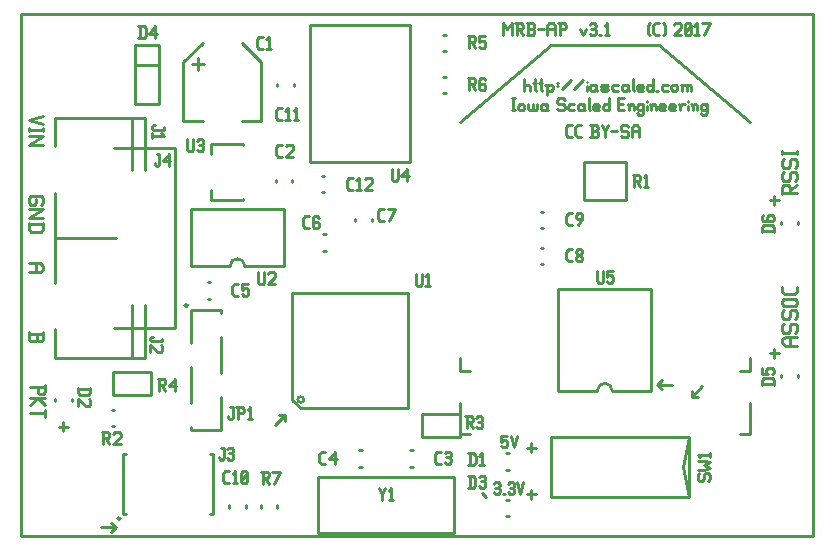
<source format=gbr>
G04 start of page 8 for group -4079 idx -4079 *
G04 Title: (unknown), topsilk *
G04 Creator: pcb 20140316 *
G04 CreationDate: Thu 27 Apr 2017 04:48:59 AM GMT UTC *
G04 For: railfan *
G04 Format: Gerber/RS-274X *
G04 PCB-Dimensions (mil): 2650.00 1750.00 *
G04 PCB-Coordinate-Origin: lower left *
%MOIN*%
%FSLAX25Y25*%
%LNTOPSILK*%
%ADD89C,0.0100*%
G54D89*X264500Y500D02*Y174500D01*
X251500Y63000D02*Y60000D01*
X250000Y61500D02*X253000D01*
X251500Y114000D02*Y111000D01*
X250000Y112500D02*X253000D01*
X264500Y174500D02*X500D01*
Y500D02*X264500D01*
X170500Y16000D02*Y13000D01*
X169000Y14500D02*X172000D01*
X170500Y31500D02*Y28500D01*
X169000Y30000D02*X172000D01*
X154000Y15000D02*X155500Y13500D01*
X212500Y51000D02*X214000Y52500D01*
X212500Y51000D02*X217500D01*
X212500D02*X214000Y49500D01*
X224000Y47000D02*Y49121D01*
Y47000D02*X226121D01*
X224000D02*X227535Y50535D01*
X500Y174500D02*Y500D01*
X14500Y38500D02*Y35500D01*
X13000Y37000D02*X16000D01*
X32000Y3500D02*X30500Y5000D01*
X32000Y3500D02*X30500Y2000D01*
X32000Y3500D02*X27000D01*
X88500Y41000D02*Y38879D01*
X86379Y41000D02*X88500D01*
X84965Y37465D01*
X254200Y116900D02*Y114500D01*
Y116900D02*X254800Y117500D01*
X256000D01*
X256600Y116900D02*X256000Y117500D01*
X256600Y116900D02*Y115100D01*
X254200D02*X259000D01*
X256600Y116060D02*X259000Y117500D01*
X254200Y121340D02*X254800Y121940D01*
X254200Y121340D02*Y119540D01*
X254800Y118940D02*X254200Y119540D01*
X254800Y118940D02*X256000D01*
X256600Y119540D01*
Y121340D02*Y119540D01*
Y121340D02*X257200Y121940D01*
X258400D01*
X259000Y121340D02*X258400Y121940D01*
X259000Y121340D02*Y119540D01*
X258400Y118940D02*X259000Y119540D01*
X254200Y125780D02*X254800Y126380D01*
X254200Y125780D02*Y123980D01*
X254800Y123380D02*X254200Y123980D01*
X254800Y123380D02*X256000D01*
X256600Y123980D01*
Y125780D02*Y123980D01*
Y125780D02*X257200Y126380D01*
X258400D01*
X259000Y125780D02*X258400Y126380D01*
X259000Y125780D02*Y123980D01*
X258400Y123380D02*X259000Y123980D01*
X254200Y129020D02*Y127820D01*
Y128420D02*X259000D01*
Y129020D02*Y127820D01*
X255400Y64000D02*X259000D01*
X255400D02*X254200Y64840D01*
Y66160D02*Y64840D01*
Y66160D02*X255400Y67000D01*
X259000D01*
X256600D02*Y64000D01*
X254200Y70840D02*X254800Y71440D01*
X254200Y70840D02*Y69040D01*
X254800Y68440D02*X254200Y69040D01*
X254800Y68440D02*X256000D01*
X256600Y69040D01*
Y70840D02*Y69040D01*
Y70840D02*X257200Y71440D01*
X258400D01*
X259000Y70840D02*X258400Y71440D01*
X259000Y70840D02*Y69040D01*
X258400Y68440D02*X259000Y69040D01*
X254200Y75280D02*X254800Y75880D01*
X254200Y75280D02*Y73480D01*
X254800Y72880D02*X254200Y73480D01*
X254800Y72880D02*X256000D01*
X256600Y73480D01*
Y75280D02*Y73480D01*
Y75280D02*X257200Y75880D01*
X258400D01*
X259000Y75280D02*X258400Y75880D01*
X259000Y75280D02*Y73480D01*
X258400Y72880D02*X259000Y73480D01*
X254800Y77320D02*X258400D01*
X254800D02*X254200Y77920D01*
Y79120D02*Y77920D01*
Y79120D02*X254800Y79720D01*
X258400D01*
X259000Y79120D02*X258400Y79720D01*
X259000Y79120D02*Y77920D01*
X258400Y77320D02*X259000Y77920D01*
Y83560D02*Y82000D01*
X258160Y81160D02*X259000Y82000D01*
X255040Y81160D02*X258160D01*
X255040D02*X254200Y82000D01*
Y83560D02*Y82000D01*
X164000Y146500D02*X165000D01*
X164500D02*Y142500D01*
X164000D02*X165000D01*
X166200Y144000D02*Y143000D01*
Y144000D02*X166700Y144500D01*
X167700D01*
X168200Y144000D01*
Y143000D01*
X167700Y142500D02*X168200Y143000D01*
X166700Y142500D02*X167700D01*
X166200Y143000D02*X166700Y142500D01*
X169400Y144500D02*Y143000D01*
X169900Y142500D01*
X170400D01*
X170900Y143000D01*
Y144500D02*Y143000D01*
X171400Y142500D01*
X171900D01*
X172400Y143000D01*
Y144500D02*Y143000D01*
X175100Y144500D02*X175600Y144000D01*
X174100Y144500D02*X175100D01*
X173600Y144000D02*X174100Y144500D01*
X173600Y144000D02*Y143000D01*
X174100Y142500D01*
X175600Y144500D02*Y143000D01*
X176100Y142500D01*
X174100D02*X175100D01*
X175600Y143000D01*
X181100Y146500D02*X181600Y146000D01*
X179600Y146500D02*X181100D01*
X179100Y146000D02*X179600Y146500D01*
X179100Y146000D02*Y145000D01*
X179600Y144500D01*
X181100D01*
X181600Y144000D01*
Y143000D01*
X181100Y142500D02*X181600Y143000D01*
X179600Y142500D02*X181100D01*
X179100Y143000D02*X179600Y142500D01*
X183300Y144500D02*X184800D01*
X182800Y144000D02*X183300Y144500D01*
X182800Y144000D02*Y143000D01*
X183300Y142500D01*
X184800D01*
X187500Y144500D02*X188000Y144000D01*
X186500Y144500D02*X187500D01*
X186000Y144000D02*X186500Y144500D01*
X186000Y144000D02*Y143000D01*
X186500Y142500D01*
X188000Y144500D02*Y143000D01*
X188500Y142500D01*
X186500D02*X187500D01*
X188000Y143000D01*
X189700Y146500D02*Y143000D01*
X190200Y142500D01*
X191700D02*X193200D01*
X191200Y143000D02*X191700Y142500D01*
X191200Y144000D02*Y143000D01*
Y144000D02*X191700Y144500D01*
X192700D01*
X193200Y144000D01*
X191200Y143500D02*X193200D01*
Y144000D02*Y143500D01*
X196400Y146500D02*Y142500D01*
X195900D02*X196400Y143000D01*
X194900Y142500D02*X195900D01*
X194400Y143000D02*X194900Y142500D01*
X194400Y144000D02*Y143000D01*
Y144000D02*X194900Y144500D01*
X195900D01*
X196400Y144000D01*
X199400Y144700D02*X200900D01*
X199400Y142500D02*X201400D01*
X199400Y146500D02*Y142500D01*
Y146500D02*X201400D01*
X203100Y144000D02*Y142500D01*
Y144000D02*X203600Y144500D01*
X204100D01*
X204600Y144000D01*
Y142500D01*
X202600Y144500D02*X203100Y144000D01*
X207300Y144500D02*X207800Y144000D01*
X206300Y144500D02*X207300D01*
X205800Y144000D02*X206300Y144500D01*
X205800Y144000D02*Y143000D01*
X206300Y142500D01*
X207300D01*
X207800Y143000D01*
X205800Y141500D02*X206300Y141000D01*
X207300D01*
X207800Y141500D01*
Y144500D02*Y141500D01*
X209000Y145500D02*Y145400D01*
Y144000D02*Y142500D01*
X210500Y144000D02*Y142500D01*
Y144000D02*X211000Y144500D01*
X211500D01*
X212000Y144000D01*
Y142500D01*
X210000Y144500D02*X210500Y144000D01*
X213700Y142500D02*X215200D01*
X213200Y143000D02*X213700Y142500D01*
X213200Y144000D02*Y143000D01*
Y144000D02*X213700Y144500D01*
X214700D01*
X215200Y144000D01*
X213200Y143500D02*X215200D01*
Y144000D02*Y143500D01*
X216900Y142500D02*X218400D01*
X216400Y143000D02*X216900Y142500D01*
X216400Y144000D02*Y143000D01*
Y144000D02*X216900Y144500D01*
X217900D01*
X218400Y144000D01*
X216400Y143500D02*X218400D01*
Y144000D02*Y143500D01*
X220100Y144000D02*Y142500D01*
Y144000D02*X220600Y144500D01*
X221600D01*
X219600D02*X220100Y144000D01*
X222800Y145500D02*Y145400D01*
Y144000D02*Y142500D01*
X224300Y144000D02*Y142500D01*
Y144000D02*X224800Y144500D01*
X225300D01*
X225800Y144000D01*
Y142500D01*
X223800Y144500D02*X224300Y144000D01*
X228500Y144500D02*X229000Y144000D01*
X227500Y144500D02*X228500D01*
X227000Y144000D02*X227500Y144500D01*
X227000Y144000D02*Y143000D01*
X227500Y142500D01*
X228500D01*
X229000Y143000D01*
X227000Y141500D02*X227500Y141000D01*
X228500D01*
X229000Y141500D01*
Y144500D02*Y141500D01*
X168000Y153000D02*Y149000D01*
Y150500D02*X168500Y151000D01*
X169500D01*
X170000Y150500D01*
Y149000D01*
X171700Y153000D02*Y149500D01*
X172200Y149000D01*
X171200Y151500D02*X172200D01*
X173700Y153000D02*Y149500D01*
X174200Y149000D01*
X173200Y151500D02*X174200D01*
X175700Y150500D02*Y147500D01*
X175200Y151000D02*X175700Y150500D01*
X176200Y151000D01*
X177200D01*
X177700Y150500D01*
Y149500D01*
X177200Y149000D02*X177700Y149500D01*
X176200Y149000D02*X177200D01*
X175700Y149500D02*X176200Y149000D01*
X178900Y151500D02*X179400D01*
X178900Y150500D02*X179400D01*
X180600Y149500D02*X183600Y152500D01*
X184800Y149500D02*X187800Y152500D01*
X189000Y152000D02*Y151900D01*
Y150500D02*Y149000D01*
X191500Y151000D02*X192000Y150500D01*
X190500Y151000D02*X191500D01*
X190000Y150500D02*X190500Y151000D01*
X190000Y150500D02*Y149500D01*
X190500Y149000D01*
X192000Y151000D02*Y149500D01*
X192500Y149000D01*
X190500D02*X191500D01*
X192000Y149500D01*
X194200Y149000D02*X195700D01*
X196200Y149500D01*
X195700Y150000D02*X196200Y149500D01*
X194200Y150000D02*X195700D01*
X193700Y150500D02*X194200Y150000D01*
X193700Y150500D02*X194200Y151000D01*
X195700D01*
X196200Y150500D01*
X193700Y149500D02*X194200Y149000D01*
X197900Y151000D02*X199400D01*
X197400Y150500D02*X197900Y151000D01*
X197400Y150500D02*Y149500D01*
X197900Y149000D01*
X199400D01*
X202100Y151000D02*X202600Y150500D01*
X201100Y151000D02*X202100D01*
X200600Y150500D02*X201100Y151000D01*
X200600Y150500D02*Y149500D01*
X201100Y149000D01*
X202600Y151000D02*Y149500D01*
X203100Y149000D01*
X201100D02*X202100D01*
X202600Y149500D01*
X204300Y153000D02*Y149500D01*
X204800Y149000D01*
X206300D02*X207800D01*
X205800Y149500D02*X206300Y149000D01*
X205800Y150500D02*Y149500D01*
Y150500D02*X206300Y151000D01*
X207300D01*
X207800Y150500D01*
X205800Y150000D02*X207800D01*
Y150500D02*Y150000D01*
X211000Y153000D02*Y149000D01*
X210500D02*X211000Y149500D01*
X209500Y149000D02*X210500D01*
X209000Y149500D02*X209500Y149000D01*
X209000Y150500D02*Y149500D01*
Y150500D02*X209500Y151000D01*
X210500D01*
X211000Y150500D01*
X212200Y149000D02*X212700D01*
X214400Y151000D02*X215900D01*
X213900Y150500D02*X214400Y151000D01*
X213900Y150500D02*Y149500D01*
X214400Y149000D01*
X215900D01*
X217100Y150500D02*Y149500D01*
Y150500D02*X217600Y151000D01*
X218600D01*
X219100Y150500D01*
Y149500D01*
X218600Y149000D02*X219100Y149500D01*
X217600Y149000D02*X218600D01*
X217100Y149500D02*X217600Y149000D01*
X220800Y150500D02*Y149000D01*
Y150500D02*X221300Y151000D01*
X221800D01*
X222300Y150500D01*
Y149000D01*
Y150500D02*X222800Y151000D01*
X223300D01*
X223800Y150500D01*
Y149000D01*
X220300Y151000D02*X220800Y150500D01*
X182700Y133500D02*X184000D01*
X182000Y134200D02*X182700Y133500D01*
X182000Y136800D02*Y134200D01*
Y136800D02*X182700Y137500D01*
X184000D01*
X185900Y133500D02*X187200D01*
X185200Y134200D02*X185900Y133500D01*
X185200Y136800D02*Y134200D01*
Y136800D02*X185900Y137500D01*
X187200D01*
X190200Y133500D02*X192200D01*
X192700Y134000D01*
Y135200D02*Y134000D01*
X192200Y135700D02*X192700Y135200D01*
X190700Y135700D02*X192200D01*
X190700Y137500D02*Y133500D01*
X190200Y137500D02*X192200D01*
X192700Y137000D01*
Y136200D01*
X192200Y135700D02*X192700Y136200D01*
X193900Y137500D02*X194900Y135500D01*
X195900Y137500D01*
X194900Y135500D02*Y133500D01*
X197100Y135500D02*X199100D01*
X202300Y137500D02*X202800Y137000D01*
X200800Y137500D02*X202300D01*
X200300Y137000D02*X200800Y137500D01*
X200300Y137000D02*Y136000D01*
X200800Y135500D01*
X202300D01*
X202800Y135000D01*
Y134000D01*
X202300Y133500D02*X202800Y134000D01*
X200800Y133500D02*X202300D01*
X200300Y134000D02*X200800Y133500D01*
X204000Y136500D02*Y133500D01*
Y136500D02*X204700Y137500D01*
X205800D01*
X206500Y136500D01*
Y133500D01*
X204000Y135500D02*X206500D01*
X3500Y50400D02*X8300D01*
Y51000D02*Y48600D01*
X7700Y48000D01*
X6500D02*X7700D01*
X5900Y48600D02*X6500Y48000D01*
X5900Y50400D02*Y48600D01*
X3500Y46560D02*X8300D01*
X5900D02*X8300Y44160D01*
X5900Y46560D02*X3500Y44160D01*
X8300Y42720D02*Y40320D01*
X3500Y41520D02*X8300D01*
X7800Y140500D02*X3000Y139300D01*
X7800Y138100D01*
Y136660D02*Y135460D01*
X3000Y136060D02*X7800D01*
X3000Y136660D02*Y135460D01*
Y134020D02*X7800D01*
X3000Y131020D01*
X7800D01*
Y111600D02*X7200Y111000D01*
X7800Y113400D02*Y111600D01*
X7200Y114000D02*X7800Y113400D01*
X3600Y114000D02*X7200D01*
X3600D02*X3000Y113400D01*
Y111600D01*
X3600Y111000D01*
X4800D01*
X5400Y111600D02*X4800Y111000D01*
X5400Y112800D02*Y111600D01*
X3000Y109560D02*X7800D01*
X3000Y106560D01*
X7800D01*
X3000Y104520D02*X7800D01*
Y102960D02*X6960Y102120D01*
X3840D02*X6960D01*
X3000Y102960D02*X3840Y102120D01*
X3000Y105120D02*Y102960D01*
X7800Y105120D02*Y102960D01*
X3000Y91500D02*X6600D01*
X7800Y90660D01*
Y89340D01*
X6600Y88500D01*
X3000D02*X6600D01*
X5400Y91500D02*Y88500D01*
X3000Y68500D02*Y66100D01*
X3600Y65500D01*
X5040D01*
X5640Y66100D02*X5040Y65500D01*
X5640Y67900D02*Y66100D01*
X3000Y67900D02*X7800D01*
Y68500D02*Y66100D01*
X7200Y65500D01*
X6240D02*X7200D01*
X5640Y66100D02*X6240Y65500D01*
X161000Y171500D02*Y167500D01*
Y171500D02*X162500Y169500D01*
X164000Y171500D01*
Y167500D01*
X165200Y171500D02*X167200D01*
X167700Y171000D01*
Y170000D01*
X167200Y169500D02*X167700Y170000D01*
X165700Y169500D02*X167200D01*
X165700Y171500D02*Y167500D01*
X166500Y169500D02*X167700Y167500D01*
X168900D02*X170900D01*
X171400Y168000D01*
Y169200D02*Y168000D01*
X170900Y169700D02*X171400Y169200D01*
X169400Y169700D02*X170900D01*
X169400Y171500D02*Y167500D01*
X168900Y171500D02*X170900D01*
X171400Y171000D01*
Y170200D01*
X170900Y169700D02*X171400Y170200D01*
X172600Y169500D02*X174600D01*
X175800Y170500D02*Y167500D01*
Y170500D02*X176500Y171500D01*
X177600D01*
X178300Y170500D01*
Y167500D01*
X175800Y169500D02*X178300D01*
X180000Y171500D02*Y167500D01*
X179500Y171500D02*X181500D01*
X182000Y171000D01*
Y170000D01*
X181500Y169500D02*X182000Y170000D01*
X180000Y169500D02*X181500D01*
X186800D02*X187800Y167500D01*
X188800Y169500D02*X187800Y167500D01*
X190000Y171000D02*X190500Y171500D01*
X191500D01*
X192000Y171000D01*
X191500Y167500D02*X192000Y168000D01*
X190500Y167500D02*X191500D01*
X190000Y168000D02*X190500Y167500D01*
Y169700D02*X191500D01*
X192000Y171000D02*Y170200D01*
Y169200D02*Y168000D01*
Y169200D02*X191500Y169700D01*
X192000Y170200D02*X191500Y169700D01*
X193200Y167500D02*X193700D01*
X194900Y170700D02*X195700Y171500D01*
Y167500D01*
X194900D02*X196400D01*
X209500Y168000D02*X210000Y167500D01*
X209500Y171000D02*X210000Y171500D01*
X209500Y171000D02*Y168000D01*
X211900Y167500D02*X213200D01*
X211200Y168200D02*X211900Y167500D01*
X211200Y170800D02*Y168200D01*
Y170800D02*X211900Y171500D01*
X213200D01*
X214400D02*X214900Y171000D01*
Y168000D01*
X214400Y167500D02*X214900Y168000D01*
X217900Y171000D02*X218400Y171500D01*
X219900D01*
X220400Y171000D01*
Y170000D01*
X217900Y167500D02*X220400Y170000D01*
X217900Y167500D02*X220400D01*
X221600Y168000D02*X222100Y167500D01*
X221600Y171000D02*Y168000D01*
Y171000D02*X222100Y171500D01*
X223100D01*
X223600Y171000D01*
Y168000D01*
X223100Y167500D02*X223600Y168000D01*
X222100Y167500D02*X223100D01*
X221600Y168500D02*X223600Y170500D01*
X224800Y170700D02*X225600Y171500D01*
Y167500D01*
X224800D02*X226300D01*
X228000D02*X230000Y171500D01*
X227500D02*X230000D01*
X160500Y34030D02*X162440D01*
X160500D02*Y32090D01*
X160985Y32575D01*
X161955D01*
X162440Y32090D01*
Y30635D01*
X161955Y30150D02*X162440Y30635D01*
X160985Y30150D02*X161955D01*
X160500Y30635D02*X160985Y30150D01*
X163604Y34030D02*X164574Y30150D01*
X165544Y34030D01*
X158000Y18045D02*X158485Y18530D01*
X159455D01*
X159940Y18045D01*
X159455Y14650D02*X159940Y15135D01*
X158485Y14650D02*X159455D01*
X158000Y15135D02*X158485Y14650D01*
Y16784D02*X159455D01*
X159940Y18045D02*Y17269D01*
Y16299D02*Y15135D01*
Y16299D02*X159455Y16784D01*
X159940Y17269D02*X159455Y16784D01*
X161104Y14650D02*X161589D01*
X162753Y18045D02*X163238Y18530D01*
X164208D01*
X164693Y18045D01*
X164208Y14650D02*X164693Y15135D01*
X163238Y14650D02*X164208D01*
X162753Y15135D02*X163238Y14650D01*
Y16784D02*X164208D01*
X164693Y18045D02*Y17269D01*
Y16299D02*Y15135D01*
Y16299D02*X164208Y16784D01*
X164693Y17269D02*X164208Y16784D01*
X165857Y18530D02*X166827Y14650D01*
X167797Y18530D01*
X30607Y42755D02*X31393D01*
X30607Y37245D02*X31393D01*
X34500Y28000D02*Y8000D01*
X64500Y28000D02*Y8000D01*
X34500Y28000D02*X35500D01*
X63500D02*X64500D01*
X63500Y8000D02*X64500D01*
X34500D02*X35500D01*
X33000Y6000D02*G75*G03X33000Y6000I0J500D01*G01*
X88000Y109500D02*Y90500D01*
X57000Y109500D02*X88000D01*
X57000D02*Y90500D01*
X75000D02*X88000D01*
X57000D02*X70000D01*
X75000D02*G75*G03X70000Y90500I-2500J0D01*G01*
X63771Y112750D02*X74401D01*
X63771Y131250D02*X74401D01*
X63771Y116000D02*Y112750D01*
Y131250D02*Y128000D01*
X74401Y112929D02*Y112750D01*
Y131250D02*Y131071D01*
X11700Y100000D02*Y85000D01*
Y69500D02*Y60000D01*
X41700Y77500D02*Y60000D01*
X37300Y77500D02*Y60000D01*
X11700D02*X41700D01*
X11700Y100000D02*X32000D01*
X31500Y70000D02*X51800D01*
X31500Y130000D02*X51800D01*
Y70000D01*
X62607Y79745D02*X63393D01*
X62607Y85255D02*X63393D01*
X69745Y10893D02*Y10107D01*
X75255Y10893D02*Y10107D01*
X31201Y55241D02*X43799D01*
Y47759D01*
X31201D01*
Y55241D01*
X17255Y46393D02*Y45607D01*
X11745Y46393D02*Y45607D01*
X57000Y76000D02*X67000D01*
Y36000D02*X57000D01*
X67000Y76000D02*Y75000D01*
Y67000D02*Y55000D01*
Y47000D02*Y36000D01*
X57000D02*Y37000D01*
Y45000D02*Y57000D01*
Y65000D02*Y76000D01*
X55000Y77500D02*G75*G03X55000Y77500I500J0D01*G01*
X11700Y115000D02*Y100000D01*
Y140000D02*Y130500D01*
X41700Y140000D02*Y122500D01*
X37300Y140000D02*Y122500D01*
X11700Y140000D02*X41700D01*
X11700Y100000D02*X32000D01*
X96626Y170835D02*Y125165D01*
X130090Y170835D02*Y125165D01*
X96626Y170835D02*X130090D01*
X96626Y125165D02*X130090D01*
X38500Y164300D02*Y144600D01*
X46500Y164300D02*Y144600D01*
X38500Y164300D02*X46500D01*
X38500Y144600D02*X46500D01*
X38500Y157500D02*X46500D01*
X54508Y139008D02*X61004D01*
X73996D02*X80492D01*
Y158496D02*Y139008D01*
X54508Y158496D02*Y139008D01*
X80492Y158496D02*X73996Y164992D01*
X54508Y158496D02*X61004Y164992D01*
X57500Y158000D02*X61500D01*
X59500Y160000D02*Y156000D01*
X91255Y151393D02*Y150607D01*
X85745Y151393D02*Y150607D01*
X100607Y115245D02*X101393D01*
X100607Y120755D02*X101393D01*
X85245Y119393D02*Y118607D01*
X90755Y119393D02*Y118607D01*
X141107Y162245D02*X141893D01*
X141107Y167755D02*X141893D01*
X141107Y153755D02*X141893D01*
X141107Y148245D02*X141893D01*
X188110Y125299D02*Y112701D01*
Y125299D02*X201890D01*
Y112701D01*
X188110D02*X201890D01*
X253745Y54393D02*Y53607D01*
X259255Y54393D02*Y53607D01*
X177000Y33500D02*Y13500D01*
X223000D01*
X177000Y33500D02*X223000D01*
Y13500D01*
X221000Y23500D01*
X223000Y33500D02*X221000Y23500D01*
X101107Y101255D02*X101893D01*
X101107Y95745D02*X101893D01*
X90715Y81785D02*Y46115D01*
Y81785D02*X129285D01*
Y43215D01*
X93615D02*X129285D01*
X93615D02*X90715Y46115D01*
X93615Y45115D02*G75*G03X93615Y45115I0J1000D01*G01*
X130107Y23745D02*X130893D01*
X130107Y29255D02*X130893D01*
X113107D02*X113893D01*
X113107Y23745D02*X113893D01*
X111745Y106393D02*Y105607D01*
X117255Y106393D02*Y105607D01*
X80245Y10893D02*Y10107D01*
X85755Y10893D02*Y10107D01*
X99362Y1650D02*X144638D01*
X99362Y20350D02*Y1650D01*
Y20350D02*X144638D01*
Y1650D01*
X162107Y12755D02*X162893D01*
X162107Y7245D02*X162893D01*
X173607Y108755D02*X174393D01*
X173607Y103245D02*X174393D01*
X173607Y96755D02*X174393D01*
X173607Y91245D02*X174393D01*
X210500Y83000D02*Y49000D01*
X179500Y83000D02*X210500D01*
X179500D02*Y49000D01*
X197500D02*X210500D01*
X179500D02*X192500D01*
X197500D02*G75*G03X192500Y49000I-2500J0D01*G01*
X134201Y41241D02*X146799D01*
Y33759D01*
X134201D01*
Y41241D01*
X162107Y28255D02*X162893D01*
X162107Y22745D02*X162893D01*
X146693Y60000D02*Y55650D01*
X243307Y60000D02*Y55650D01*
X146693D02*X150000D01*
X243307D02*X240000D01*
X146693Y138642D02*X176890Y164351D01*
X243307Y138642D02*X213110Y164351D01*
X176890D02*X213110D01*
X146693Y34650D02*X150000D01*
X146693D02*Y45000D01*
X243307Y34650D02*X240000D01*
X243307D02*Y45000D01*
X253745Y105393D02*Y104607D01*
X259255Y105393D02*Y104607D01*
X124000Y123000D02*Y119500D01*
X124500Y119000D01*
X125500D01*
X126000Y119500D01*
Y123000D02*Y119500D01*
X127200Y120500D02*X129200Y123000D01*
X127200Y120500D02*X129700D01*
X129200Y123000D02*Y119000D01*
X132000Y88000D02*Y84500D01*
X132500Y84000D01*
X133500D01*
X134000Y84500D01*
Y88000D02*Y84500D01*
X135200Y87200D02*X136000Y88000D01*
Y84000D01*
X135200D02*X136700D01*
X109700Y116000D02*X111000D01*
X109000Y116700D02*X109700Y116000D01*
X109000Y119300D02*Y116700D01*
Y119300D02*X109700Y120000D01*
X111000D01*
X112200Y119200D02*X113000Y120000D01*
Y116000D01*
X112200D02*X113700D01*
X114900Y119500D02*X115400Y120000D01*
X116900D01*
X117400Y119500D01*
Y118500D01*
X114900Y116000D02*X117400Y118500D01*
X114900Y116000D02*X117400D01*
X86093Y127107D02*X87393D01*
X85393Y127807D02*X86093Y127107D01*
X85393Y130407D02*Y127807D01*
Y130407D02*X86093Y131107D01*
X87393D01*
X88593Y130607D02*X89093Y131107D01*
X90593D01*
X91093Y130607D01*
Y129607D01*
X88593Y127107D02*X91093Y129607D01*
X88593Y127107D02*X91093D01*
X120050Y105650D02*X121350D01*
X119350Y106350D02*X120050Y105650D01*
X119350Y108950D02*Y106350D01*
Y108950D02*X120050Y109650D01*
X121350D01*
X123050Y105650D02*X125050Y109650D01*
X122550D02*X125050D01*
X55842Y132911D02*Y129411D01*
X56342Y128911D01*
X57342D01*
X57842Y129411D01*
Y132911D02*Y129411D01*
X59042Y132411D02*X59542Y132911D01*
X60542D01*
X61042Y132411D01*
X60542Y128911D02*X61042Y129411D01*
X59542Y128911D02*X60542D01*
X59042Y129411D02*X59542Y128911D01*
Y131111D02*X60542D01*
X61042Y132411D02*Y131611D01*
Y130611D02*Y129411D01*
Y130611D02*X60542Y131111D01*
X61042Y131611D02*X60542Y131111D01*
X48000Y136800D02*Y136000D01*
X44500D02*X48000D01*
X44000Y136500D02*X44500Y136000D01*
X44000Y137000D02*Y136500D01*
X44500Y137500D02*X44000Y137000D01*
X44500Y137500D02*X45000D01*
X47200Y134800D02*X48000Y134000D01*
X44000D02*X48000D01*
X44000Y134800D02*Y133300D01*
X47500Y66300D02*Y65500D01*
X44000D02*X47500D01*
X43500Y66000D02*X44000Y65500D01*
X43500Y66500D02*Y66000D01*
X44000Y67000D02*X43500Y66500D01*
X44000Y67000D02*X44500D01*
X47000Y64300D02*X47500Y63800D01*
Y62300D01*
X47000Y61800D01*
X46000D02*X47000D01*
X43500Y64300D02*X46000Y61800D01*
X43500Y64300D02*Y61800D01*
X45700Y128000D02*X46500D01*
Y124500D01*
X46000Y124000D02*X46500Y124500D01*
X45500Y124000D02*X46000D01*
X45000Y124500D02*X45500Y124000D01*
X45000Y125000D02*Y124500D01*
X47700Y125500D02*X49700Y128000D01*
X47700Y125500D02*X50200D01*
X49700Y128000D02*Y124000D01*
X95050Y103150D02*X96350D01*
X94350Y103850D02*X95050Y103150D01*
X94350Y106450D02*Y103850D01*
Y106450D02*X95050Y107150D01*
X96350D01*
X99050D02*X99550Y106650D01*
X98050Y107150D02*X99050D01*
X97550Y106650D02*X98050Y107150D01*
X97550Y106650D02*Y103650D01*
X98050Y103150D01*
X99050Y105350D02*X99550Y104850D01*
X97550Y105350D02*X99050D01*
X98050Y103150D02*X99050D01*
X99550Y103650D01*
Y104850D02*Y103650D01*
X79500Y88500D02*Y85000D01*
X80000Y84500D01*
X81000D01*
X81500Y85000D01*
Y88500D02*Y85000D01*
X82700Y88000D02*X83200Y88500D01*
X84700D01*
X85200Y88000D01*
Y87000D01*
X82700Y84500D02*X85200Y87000D01*
X82700Y84500D02*X85200D01*
X71550Y80650D02*X72850D01*
X70850Y81350D02*X71550Y80650D01*
X70850Y83950D02*Y81350D01*
Y83950D02*X71550Y84650D01*
X72850D01*
X74050D02*X76050D01*
X74050D02*Y82650D01*
X74550Y83150D01*
X75550D01*
X76050Y82650D01*
Y81150D01*
X75550Y80650D02*X76050Y81150D01*
X74550Y80650D02*X75550D01*
X74050Y81150D02*X74550Y80650D01*
X182878Y104150D02*X184178D01*
X182178Y104850D02*X182878Y104150D01*
X182178Y107450D02*Y104850D01*
Y107450D02*X182878Y108150D01*
X184178D01*
X185878Y104150D02*X187378Y106150D01*
Y107650D02*Y106150D01*
X186878Y108150D02*X187378Y107650D01*
X185878Y108150D02*X186878D01*
X185378Y107650D02*X185878Y108150D01*
X185378Y107650D02*Y106650D01*
X185878Y106150D01*
X187378D01*
X182878Y92150D02*X184178D01*
X182178Y92850D02*X182878Y92150D01*
X182178Y95450D02*Y92850D01*
Y95450D02*X182878Y96150D01*
X184178D01*
X185378Y92650D02*X185878Y92150D01*
X185378Y93450D02*Y92650D01*
Y93450D02*X186078Y94150D01*
X186678D01*
X187378Y93450D01*
Y92650D01*
X186878Y92150D02*X187378Y92650D01*
X185878Y92150D02*X186878D01*
X185378Y94850D02*X186078Y94150D01*
X185378Y95650D02*Y94850D01*
Y95650D02*X185878Y96150D01*
X186878D01*
X187378Y95650D01*
Y94850D01*
X186678Y94150D02*X187378Y94850D01*
X192500Y89000D02*Y85500D01*
X193000Y85000D01*
X194000D01*
X194500Y85500D01*
Y89000D02*Y85500D01*
X195700Y89000D02*X197700D01*
X195700D02*Y87000D01*
X196200Y87500D01*
X197200D01*
X197700Y87000D01*
Y85500D01*
X197200Y85000D02*X197700Y85500D01*
X196200Y85000D02*X197200D01*
X195700Y85500D02*X196200Y85000D01*
X204304Y120948D02*X206304D01*
X206804Y120448D01*
Y119448D01*
X206304Y118948D02*X206804Y119448D01*
X204804Y118948D02*X206304D01*
X204804Y120948D02*Y116948D01*
X205604Y118948D02*X206804Y116948D01*
X208004Y120148D02*X208804Y120948D01*
Y116948D01*
X208004D02*X209504D01*
X247350Y102350D02*X251350D01*
X247350Y103650D02*X248050Y104350D01*
X250650D01*
X251350Y103650D02*X250650Y104350D01*
X251350Y103650D02*Y101850D01*
X247350Y103650D02*Y101850D01*
Y107050D02*X247850Y107550D01*
X247350Y107050D02*Y106050D01*
X247850Y105550D02*X247350Y106050D01*
X247850Y105550D02*X250850D01*
X251350Y106050D01*
X249150Y107050D02*X249650Y107550D01*
X249150Y107050D02*Y105550D01*
X251350Y107050D02*Y106050D01*
Y107050D02*X250850Y107550D01*
X249650D02*X250850D01*
X46000Y53000D02*X48000D01*
X48500Y52500D01*
Y51500D01*
X48000Y51000D02*X48500Y51500D01*
X46500Y51000D02*X48000D01*
X46500Y53000D02*Y49000D01*
X47300Y51000D02*X48500Y49000D01*
X49700Y50500D02*X51700Y53000D01*
X49700Y50500D02*X52200D01*
X51700Y53000D02*Y49000D01*
X40000Y170500D02*Y166500D01*
X41300Y170500D02*X42000Y169800D01*
Y167200D01*
X41300Y166500D02*X42000Y167200D01*
X39500Y166500D02*X41300D01*
X39500Y170500D02*X41300D01*
X43200Y168000D02*X45200Y170500D01*
X43200Y168000D02*X45700D01*
X45200Y170500D02*Y166500D01*
X79700Y163000D02*X81000D01*
X79000Y163700D02*X79700Y163000D01*
X79000Y166300D02*Y163700D01*
Y166300D02*X79700Y167000D01*
X81000D01*
X82200Y166200D02*X83000Y167000D01*
Y163000D01*
X82200D02*X83700D01*
X86007Y139150D02*X87307D01*
X85307Y139850D02*X86007Y139150D01*
X85307Y142450D02*Y139850D01*
Y142450D02*X86007Y143150D01*
X87307D01*
X88507Y142350D02*X89307Y143150D01*
Y139150D01*
X88507D02*X90007D01*
X91207Y142350D02*X92007Y143150D01*
Y139150D01*
X91207D02*X92707D01*
X149350Y167150D02*X151350D01*
X151850Y166650D01*
Y165650D01*
X151350Y165150D02*X151850Y165650D01*
X149850Y165150D02*X151350D01*
X149850Y167150D02*Y163150D01*
X150650Y165150D02*X151850Y163150D01*
X153050Y167150D02*X155050D01*
X153050D02*Y165150D01*
X153550Y165650D01*
X154550D01*
X155050Y165150D01*
Y163650D01*
X154550Y163150D02*X155050Y163650D01*
X153550Y163150D02*X154550D01*
X153050Y163650D02*X153550Y163150D01*
X149350Y153150D02*X151350D01*
X151850Y152650D01*
Y151650D01*
X151350Y151150D02*X151850Y151650D01*
X149850Y151150D02*X151350D01*
X149850Y153150D02*Y149150D01*
X150650Y151150D02*X151850Y149150D01*
X154550Y153150D02*X155050Y152650D01*
X153550Y153150D02*X154550D01*
X153050Y152650D02*X153550Y153150D01*
X153050Y152650D02*Y149650D01*
X153550Y149150D01*
X154550Y151350D02*X155050Y150850D01*
X153050Y151350D02*X154550D01*
X153550Y149150D02*X154550D01*
X155050Y149650D01*
Y150850D02*Y149650D01*
X27350Y35150D02*X29350D01*
X29850Y34650D01*
Y33650D01*
X29350Y33150D02*X29850Y33650D01*
X27850Y33150D02*X29350D01*
X27850Y35150D02*Y31150D01*
X28650Y33150D02*X29850Y31150D01*
X31050Y34650D02*X31550Y35150D01*
X33050D01*
X33550Y34650D01*
Y33650D01*
X31050Y31150D02*X33550Y33650D01*
X31050Y31150D02*X33550D01*
X247350Y51350D02*X251350D01*
X247350Y52650D02*X248050Y53350D01*
X250650D01*
X251350Y52650D02*X250650Y53350D01*
X251350Y52650D02*Y50850D01*
X247350Y52650D02*Y50850D01*
Y56550D02*Y54550D01*
X249350D01*
X248850Y55050D01*
Y56050D02*Y55050D01*
Y56050D02*X249350Y56550D01*
X250850D01*
X251350Y56050D02*X250850Y56550D01*
X251350Y56050D02*Y55050D01*
X250850Y54550D02*X251350Y55050D01*
X226000Y21000D02*X226500Y21500D01*
X226000Y21000D02*Y19500D01*
X226500Y19000D02*X226000Y19500D01*
X226500Y19000D02*X227500D01*
X228000Y19500D01*
Y21000D02*Y19500D01*
Y21000D02*X228500Y21500D01*
X229500D01*
X230000Y21000D02*X229500Y21500D01*
X230000Y21000D02*Y19500D01*
X229500Y19000D02*X230000Y19500D01*
X226000Y22700D02*X228000D01*
X230000Y23200D01*
X228000Y24200D01*
X230000Y25200D01*
X228000Y25700D01*
X226000D02*X228000D01*
X226800Y26900D02*X226000Y27700D01*
X230000D01*
Y28400D02*Y26900D01*
X68507Y18150D02*X69807D01*
X67807Y18850D02*X68507Y18150D01*
X67807Y21450D02*Y18850D01*
Y21450D02*X68507Y22150D01*
X69807D01*
X71007Y21350D02*X71807Y22150D01*
Y18150D01*
X71007D02*X72507D01*
X73707Y18650D02*X74207Y18150D01*
X73707Y21650D02*Y18650D01*
Y21650D02*X74207Y22150D01*
X75207D01*
X75707Y21650D01*
Y18650D01*
X75207Y18150D02*X75707Y18650D01*
X74207Y18150D02*X75207D01*
X73707Y19150D02*X75707Y21150D01*
X80500Y22000D02*X82500D01*
X83000Y21500D01*
Y20500D01*
X82500Y20000D02*X83000Y20500D01*
X81000Y20000D02*X82500D01*
X81000Y22000D02*Y18000D01*
X81800Y20000D02*X83000Y18000D01*
X84700D02*X86700Y22000D01*
X84200D02*X86700D01*
X119783Y16500D02*X120783Y14500D01*
X121783Y16500D01*
X120783Y14500D02*Y12500D01*
X122983Y15700D02*X123783Y16500D01*
Y12500D01*
X122983D02*X124483D01*
X139050Y24650D02*X140350D01*
X138350Y25350D02*X139050Y24650D01*
X138350Y27950D02*Y25350D01*
Y27950D02*X139050Y28650D01*
X140350D01*
X141550Y28150D02*X142050Y28650D01*
X143050D01*
X143550Y28150D01*
X143050Y24650D02*X143550Y25150D01*
X142050Y24650D02*X143050D01*
X141550Y25150D02*X142050Y24650D01*
Y26850D02*X143050D01*
X143550Y28150D02*Y27350D01*
Y26350D02*Y25150D01*
Y26350D02*X143050Y26850D01*
X143550Y27350D02*X143050Y26850D01*
X100550Y24650D02*X101850D01*
X99850Y25350D02*X100550Y24650D01*
X99850Y27950D02*Y25350D01*
Y27950D02*X100550Y28650D01*
X101850D01*
X103050Y26150D02*X105050Y28650D01*
X103050Y26150D02*X105550D01*
X105050Y28650D02*Y24650D01*
X67200Y30000D02*X68000D01*
Y26500D01*
X67500Y26000D02*X68000Y26500D01*
X67000Y26000D02*X67500D01*
X66500Y26500D02*X67000Y26000D01*
X66500Y27000D02*Y26500D01*
X69200Y29500D02*X69700Y30000D01*
X70700D01*
X71200Y29500D01*
X70700Y26000D02*X71200Y26500D01*
X69700Y26000D02*X70700D01*
X69200Y26500D02*X69700Y26000D01*
Y28200D02*X70700D01*
X71200Y29500D02*Y28700D01*
Y27700D02*Y26500D01*
Y27700D02*X70700Y28200D01*
X71200Y28700D02*X70700Y28200D01*
X148500Y40500D02*X150500D01*
X151000Y40000D01*
Y39000D01*
X150500Y38500D02*X151000Y39000D01*
X149000Y38500D02*X150500D01*
X149000Y40500D02*Y36500D01*
X149800Y38500D02*X151000Y36500D01*
X152200Y40000D02*X152700Y40500D01*
X153700D01*
X154200Y40000D01*
X153700Y36500D02*X154200Y37000D01*
X152700Y36500D02*X153700D01*
X152200Y37000D02*X152700Y36500D01*
Y38700D02*X153700D01*
X154200Y40000D02*Y39200D01*
Y38200D02*Y37000D01*
Y38200D02*X153700Y38700D01*
X154200Y39200D02*X153700Y38700D01*
X149893Y28150D02*Y24150D01*
X151193Y28150D02*X151893Y27450D01*
Y24850D01*
X151193Y24150D02*X151893Y24850D01*
X149393Y24150D02*X151193D01*
X149393Y28150D02*X151193D01*
X153093Y27350D02*X153893Y28150D01*
Y24150D01*
X153093D02*X154593D01*
X149888Y20660D02*Y16700D01*
X151175Y20660D02*X151868Y19967D01*
Y17393D01*
X151175Y16700D02*X151868Y17393D01*
X149393Y16700D02*X151175D01*
X149393Y20660D02*X151175D01*
X153056Y20165D02*X153551Y20660D01*
X154541D01*
X155036Y20165D01*
X154541Y16700D02*X155036Y17195D01*
X153551Y16700D02*X154541D01*
X153056Y17195D02*X153551Y16700D01*
Y18878D02*X154541D01*
X155036Y20165D02*Y19373D01*
Y18383D02*Y17195D01*
Y18383D02*X154541Y18878D01*
X155036Y19373D02*X154541Y18878D01*
X19500Y49500D02*X23500D01*
Y48200D02*X22800Y47500D01*
X20200D02*X22800D01*
X19500Y48200D02*X20200Y47500D01*
X19500Y50000D02*Y48200D01*
X23500Y50000D02*Y48200D01*
X23000Y46300D02*X23500Y45800D01*
Y44300D01*
X23000Y43800D01*
X22000D02*X23000D01*
X19500Y46300D02*X22000Y43800D01*
X19500Y46300D02*Y43800D01*
X70200Y43500D02*X71000D01*
Y40000D01*
X70500Y39500D02*X71000Y40000D01*
X70000Y39500D02*X70500D01*
X69500Y40000D02*X70000Y39500D01*
X69500Y40500D02*Y40000D01*
X72700Y43500D02*Y39500D01*
X72200Y43500D02*X74200D01*
X74700Y43000D01*
Y42000D01*
X74200Y41500D02*X74700Y42000D01*
X72700Y41500D02*X74200D01*
X75900Y42700D02*X76700Y43500D01*
Y39500D01*
X75900D02*X77400D01*
M02*

</source>
